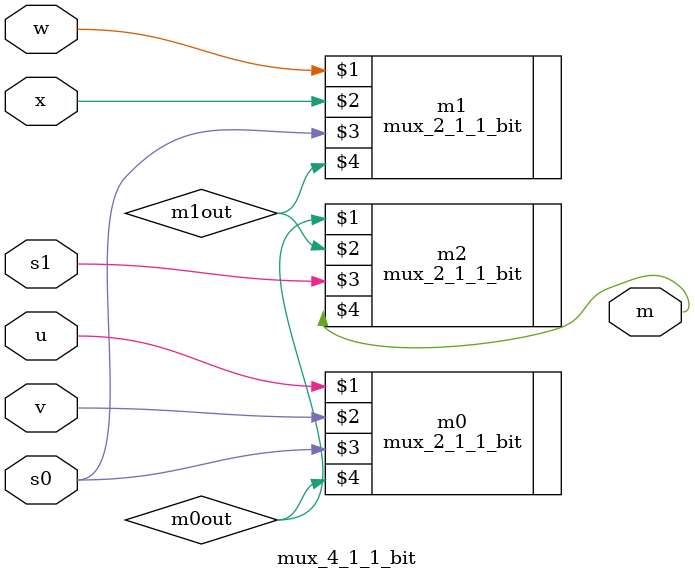
<source format=v>
module mux_4_1_1_bit (
	input u, v, w, x, s0, s1,
	output m);
	
	wire m0out, m1out;
	
	mux_2_1_1_bit m0(u, v, s0, m0out);
	mux_2_1_1_bit m1(w, x, s0, m1out);
	
	mux_2_1_1_bit m2(m0out, m1out, s1, m);
	
endmodule
	
</source>
